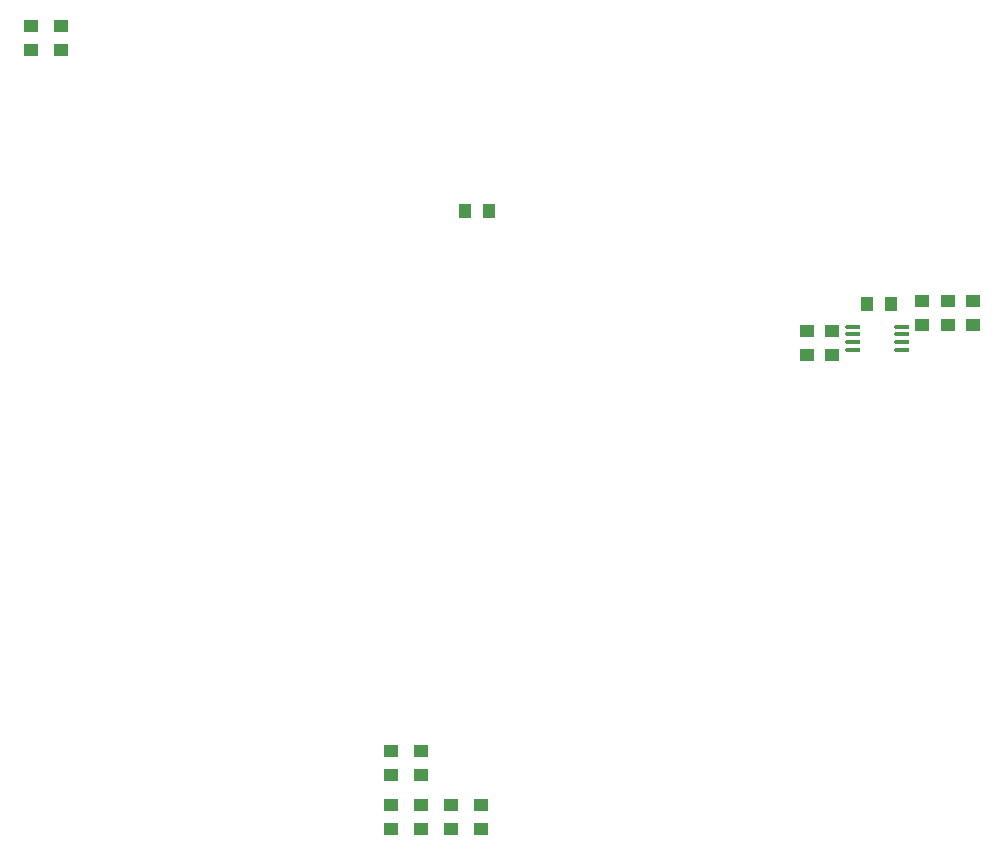
<source format=gtp>
G04 Layer_Color=8421504*
%FSLAX25Y25*%
%MOIN*%
G70*
G01*
G75*
%ADD10R,0.04000X0.05000*%
%ADD11R,0.05000X0.04000*%
%ADD12O,0.05118X0.01575*%
D10*
X-59000Y234500D02*
D03*
X-51000D02*
D03*
X-193000Y265500D02*
D03*
X-185000D02*
D03*
D11*
X-79000Y225500D02*
D03*
Y217500D02*
D03*
X-70500Y225500D02*
D03*
Y217500D02*
D03*
X-40500Y227500D02*
D03*
Y235500D02*
D03*
X-207500Y59500D02*
D03*
Y67500D02*
D03*
X-197500Y59500D02*
D03*
Y67500D02*
D03*
X-187500Y59500D02*
D03*
Y67500D02*
D03*
X-217500Y59500D02*
D03*
Y67500D02*
D03*
X-207500Y77500D02*
D03*
Y85500D02*
D03*
X-32000Y235500D02*
D03*
Y227500D02*
D03*
X-217500Y77500D02*
D03*
Y85500D02*
D03*
X-337500Y327000D02*
D03*
Y319000D02*
D03*
X-327500Y327000D02*
D03*
Y319000D02*
D03*
X-23500Y235500D02*
D03*
Y227500D02*
D03*
D12*
X-47232Y219161D02*
D03*
Y221721D02*
D03*
Y224279D02*
D03*
Y226839D02*
D03*
X-63768Y219161D02*
D03*
Y221721D02*
D03*
Y224279D02*
D03*
Y226839D02*
D03*
M02*

</source>
